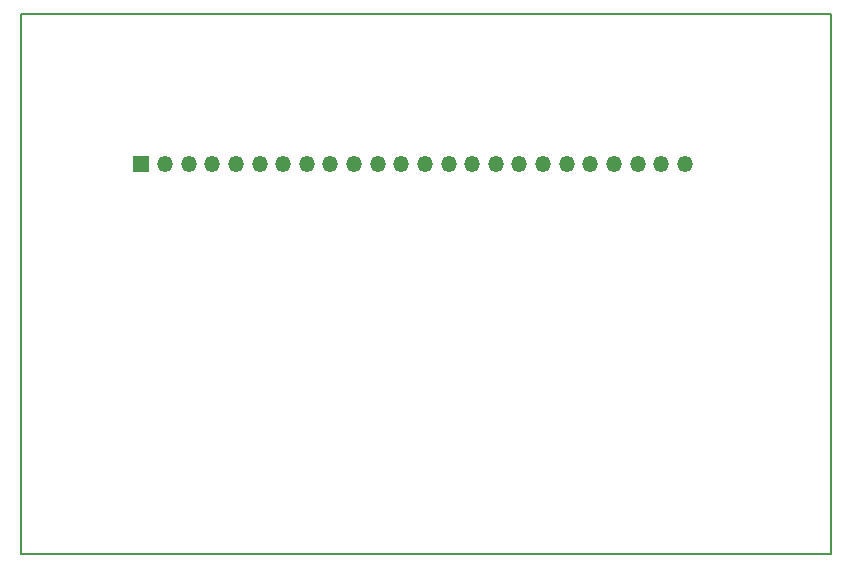
<source format=gbr>
%TF.GenerationSoftware,KiCad,Pcbnew,(6.0.1)*%
%TF.CreationDate,2022-02-07T11:42:41+00:00*%
%TF.ProjectId,24p_fpc_keyboard,3234705f-6670-4635-9f6b-6579626f6172,rev?*%
%TF.SameCoordinates,Original*%
%TF.FileFunction,Copper,L2,Bot*%
%TF.FilePolarity,Positive*%
%FSLAX46Y46*%
G04 Gerber Fmt 4.6, Leading zero omitted, Abs format (unit mm)*
G04 Created by KiCad (PCBNEW (6.0.1)) date 2022-02-07 11:42:41*
%MOMM*%
%LPD*%
G01*
G04 APERTURE LIST*
%TA.AperFunction,Profile*%
%ADD10C,0.200000*%
%TD*%
%TA.AperFunction,ComponentPad*%
%ADD11R,1.350000X1.350000*%
%TD*%
%TA.AperFunction,ComponentPad*%
%ADD12O,1.350000X1.350000*%
%TD*%
G04 APERTURE END LIST*
D10*
X175260000Y-48260000D02*
X106680000Y-48260000D01*
X106680000Y-48260000D02*
X106680000Y-93980000D01*
X106680000Y-93980000D02*
X175260000Y-93980000D01*
X175260000Y-93980000D02*
X175260000Y-48260000D01*
D11*
%TO.P,REF\u002A\u002A,1*%
%TO.N,N/C*%
X116840000Y-60960000D03*
D12*
%TO.P,REF\u002A\u002A,2*%
X118840000Y-60960000D03*
%TO.P,REF\u002A\u002A,3*%
X120840000Y-60960000D03*
%TO.P,REF\u002A\u002A,4*%
X122840000Y-60960000D03*
%TO.P,REF\u002A\u002A,5*%
X124840000Y-60960000D03*
%TO.P,REF\u002A\u002A,6*%
X126840000Y-60960000D03*
%TO.P,REF\u002A\u002A,7*%
X128840000Y-60960000D03*
%TO.P,REF\u002A\u002A,8*%
X130840000Y-60960000D03*
%TO.P,REF\u002A\u002A,9*%
X132840000Y-60960000D03*
%TO.P,REF\u002A\u002A,10*%
X134840000Y-60960000D03*
%TO.P,REF\u002A\u002A,11*%
X136840000Y-60960000D03*
%TO.P,REF\u002A\u002A,12*%
X138840000Y-60960000D03*
%TO.P,REF\u002A\u002A,13*%
X140840000Y-60960000D03*
%TO.P,REF\u002A\u002A,14*%
X142840000Y-60960000D03*
%TO.P,REF\u002A\u002A,15*%
X144840000Y-60960000D03*
%TO.P,REF\u002A\u002A,16*%
X146840000Y-60960000D03*
%TO.P,REF\u002A\u002A,17*%
X148840000Y-60960000D03*
%TO.P,REF\u002A\u002A,18*%
X150840000Y-60960000D03*
%TO.P,REF\u002A\u002A,19*%
X152840000Y-60960000D03*
%TO.P,REF\u002A\u002A,20*%
X154840000Y-60960000D03*
%TO.P,REF\u002A\u002A,21*%
X156840000Y-60960000D03*
%TO.P,REF\u002A\u002A,22*%
X158840000Y-60960000D03*
%TO.P,REF\u002A\u002A,23*%
X160840000Y-60960000D03*
%TO.P,REF\u002A\u002A,24*%
X162840000Y-60960000D03*
%TD*%
M02*

</source>
